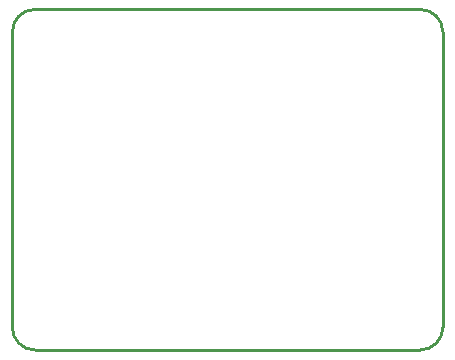
<source format=gko>
G04 Layer: BoardOutline*
G04 EasyEDA v6.3.53, 2020-06-11T19:48:03+08:00*
G04 f0918c685c5a4818851a522c051890eb,45e1048b23574a55a66a4e5d38cdb7dd,10*
G04 Gerber Generator version 0.2*
G04 Scale: 100 percent, Rotated: No, Reflected: No *
G04 Dimensions in inches *
G04 leading zeros omitted , absolute positions ,2 integer and 4 decimal *
%FSLAX24Y24*%
%MOIN*%
G90*
G70D02*

%ADD10C,0.010000*%
G54D10*
G01X0Y750D02*
G01X0Y10600D01*
G01X13600Y0D02*
G01X750Y0D01*
G01X14350Y10600D02*
G01X14350Y750D01*
G01X750Y11350D02*
G01X13600Y11350D01*
G75*
G01X13600Y11350D02*
G02X14350Y10600I0J-750D01*
G01*
G75*
G01X14350Y750D02*
G02X13600Y0I-750J0D01*
G01*
G75*
G01X750Y0D02*
G02X0Y750I0J750D01*
G01*
G75*
G01X0Y10600D02*
G02X750Y11350I750J0D01*
G01*

%LPD*%
M00*
M02*

</source>
